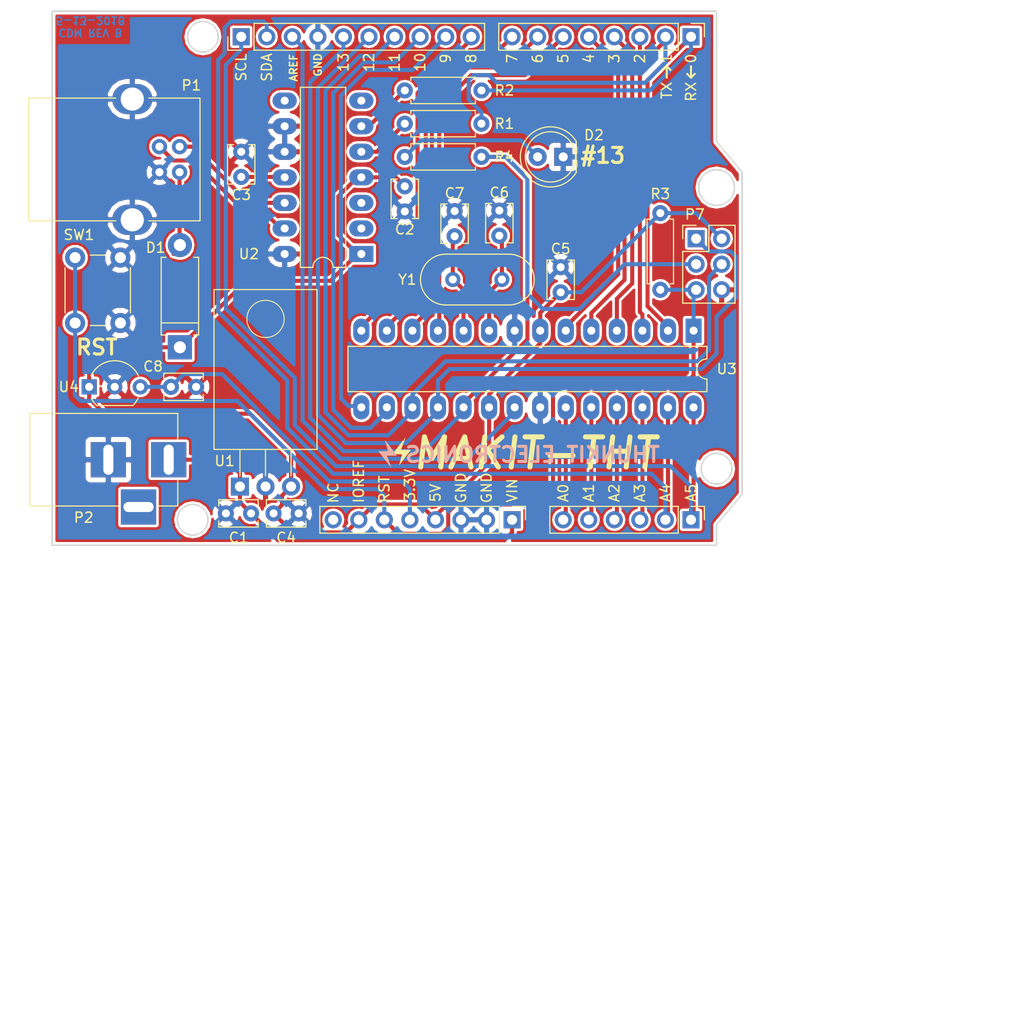
<source format=kicad_pcb>
(kicad_pcb (version 4) (host pcbnew 4.0.5+dfsg1-4)
  (layers (0 F.Cu signal) (31 B.Cu signal) (34 B.Paste user) (35 F.Paste user) (36 B.SilkS user) (37 F.SilkS user) (38 B.Mask user) (39 F.Mask user) (44 Edge.Cuts user))
  (net 0 "")
  (net 1 VIN)
  (net 2 GND)
  (net 3 +5V)
  (net 4 "Net-(C3-Pad1)")
  (net 5 "Net-(C6-Pad2)")
  (net 6 "Net-(C7-Pad2)")
  (net 7 "Net-(D1-Pad2)")
  (net 8 "Net-(P1-Pad2)")
  (net 9 "Net-(P1-Pad3)")
  (net 10 "Net-(P2-Pad3)")
  (net 11 RST)
  (net 12 PC5)
  (net 13 PC4)
  (net 14 PC3)
  (net 15 PC2)
  (net 16 PC1)
  (net 17 PC0)
  (net 18 PB0)
  (net 19 PB1)
  (net 20 PB2)
  (net 21 PB3)
  (net 22 PB4)
  (net 23 PB5)
  (net 24 AREF)
  (net 25 PD0)
  (net 26 PD1)
  (net 27 PD2)
  (net 28 PD3)
  (net 29 PD4)
  (net 30 PD6)
  (net 31 PD7)
  (net 32 "Net-(R1-Pad2)")
  (net 33 "Net-(R2-Pad2)")
  (net 34 "Net-(U2-Pad8)")
  (net 35 "Net-(U2-Pad2)")
  (net 36 "Net-(U2-Pad3)")
  (net 37 "Net-(U2-Pad7)")
  (net 38 "Net-(D2-Pad2)")
  (net 39 PD5)
  (net 40 "Net-(P3-Pad8)")
  (net 41 +3V3)
  (module MOD:lightning (layer B.Cu) (at 140.081 70.485)
    (fp_text reference G*** hide)
    (fp_text value LOGO hide)
  )
  (module Housings_DIP:DIP-28_W7.62mm_LongPads (layer F.Cu) (at 170.434 58.166 270)
    (fp_text reference U3 (at 3.81 -3.302 540) (layer F.SilkS))
    (fp_text value ATMEGA328P-P)
    (pad 1 thru_hole rect (at 0 0 270) (size 2.4 1.6) (drill 0.8) (layers *.Cu *.Mask) (net 11 RST))
    (pad 15 thru_hole oval (at 7.62 33.02 270) (size 2.4 1.6) (drill 0.8) (layers *.Cu *.Mask) (net 19 PB1))
    (pad 2 thru_hole oval (at 0 2.54 270) (size 2.4 1.6) (drill 0.8) (layers *.Cu *.Mask) (net 25 PD0))
    (pad 16 thru_hole oval (at 7.62 30.48 270) (size 2.4 1.6) (drill 0.8) (layers *.Cu *.Mask) (net 20 PB2))
    (pad 3 thru_hole oval (at 0 5.08 270) (size 2.4 1.6) (drill 0.8) (layers *.Cu *.Mask) (net 26 PD1))
    (pad 17 thru_hole oval (at 7.62 27.94 270) (size 2.4 1.6) (drill 0.8) (layers *.Cu *.Mask) (net 21 PB3))
    (pad 4 thru_hole oval (at 0 7.62 270) (size 2.4 1.6) (drill 0.8) (layers *.Cu *.Mask) (net 27 PD2))
    (pad 18 thru_hole oval (at 7.62 25.4 270) (size 2.4 1.6) (drill 0.8) (layers *.Cu *.Mask) (net 22 PB4))
    (pad 5 thru_hole oval (at 0 10.16 270) (size 2.4 1.6) (drill 0.8) (layers *.Cu *.Mask) (net 28 PD3))
    (pad 19 thru_hole oval (at 7.62 22.86 270) (size 2.4 1.6) (drill 0.8) (layers *.Cu *.Mask) (net 23 PB5))
    (pad 6 thru_hole oval (at 0 12.7 270) (size 2.4 1.6) (drill 0.8) (layers *.Cu *.Mask) (net 29 PD4))
    (pad 20 thru_hole oval (at 7.62 20.32 270) (size 2.4 1.6) (drill 0.8) (layers *.Cu *.Mask) (net 3 +5V))
    (pad 7 thru_hole oval (at 0 15.24 270) (size 2.4 1.6) (drill 0.8) (layers *.Cu *.Mask) (net 3 +5V))
    (pad 21 thru_hole oval (at 7.62 17.78 270) (size 2.4 1.6) (drill 0.8) (layers *.Cu *.Mask) (net 24 AREF))
    (pad 8 thru_hole oval (at 0 17.78 270) (size 2.4 1.6) (drill 0.8) (layers *.Cu *.Mask) (net 2 GND))
    (pad 22 thru_hole oval (at 7.62 15.24 270) (size 2.4 1.6) (drill 0.8) (layers *.Cu *.Mask) (net 2 GND))
    (pad 9 thru_hole oval (at 0 20.32 270) (size 2.4 1.6) (drill 0.8) (layers *.Cu *.Mask) (net 5 "Net-(C6-Pad2)"))
    (pad 23 thru_hole oval (at 7.62 12.7 270) (size 2.4 1.6) (drill 0.8) (layers *.Cu *.Mask) (net 17 PC0))
    (pad 10 thru_hole oval (at 0 22.86 270) (size 2.4 1.6) (drill 0.8) (layers *.Cu *.Mask) (net 6 "Net-(C7-Pad2)"))
    (pad 24 thru_hole oval (at 7.62 10.16 270) (size 2.4 1.6) (drill 0.8) (layers *.Cu *.Mask) (net 16 PC1))
    (pad 11 thru_hole oval (at 0 25.4 270) (size 2.4 1.6) (drill 0.8) (layers *.Cu *.Mask) (net 39 PD5))
    (pad 25 thru_hole oval (at 7.62 7.62 270) (size 2.4 1.6) (drill 0.8) (layers *.Cu *.Mask) (net 15 PC2))
    (pad 12 thru_hole oval (at 0 27.94 270) (size 2.4 1.6) (drill 0.8) (layers *.Cu *.Mask) (net 30 PD6))
    (pad 26 thru_hole oval (at 7.62 5.08 270) (size 2.4 1.6) (drill 0.8) (layers *.Cu *.Mask) (net 14 PC3))
    (pad 13 thru_hole oval (at 0 30.48 270) (size 2.4 1.6) (drill 0.8) (layers *.Cu *.Mask) (net 31 PD7))
    (pad 27 thru_hole oval (at 7.62 2.54 270) (size 2.4 1.6) (drill 0.8) (layers *.Cu *.Mask) (net 13 PC4))
    (pad 14 thru_hole oval (at 0 33.02 270) (size 2.4 1.6) (drill 0.8) (layers *.Cu *.Mask) (net 18 PB0))
    (pad 28 thru_hole oval (at 7.62 0 270) (size 2.4 1.6) (drill 0.8) (layers *.Cu *.Mask) (net 12 PC5))
  )
  (module Capacitors_THT:C_Disc_D3.8mm_W2.6mm_P2.50mm (layer F.Cu) (at 157.226 54.356 90)
    (fp_text reference C5 (at 4.318 0 180) (layer F.SilkS))
    (fp_text value 0.1uF)
    (pad 1 thru_hole circle (at 0 0 90) (size 1.6 1.6) (drill 0.8) (layers *.Cu *.Mask) (net 3 +5V))
    (pad 2 thru_hole circle (at 2.5 0 90) (size 1.6 1.6) (drill 0.8) (layers *.Cu *.Mask) (net 2 GND))
  )
  (module Capacitors_THT:C_Disc_D3.8mm_W2.6mm_P2.50mm (layer F.Cu) (at 126.452 76.327 180)
    (fp_text reference C1 (at 1.23 -2.413 180) (layer F.SilkS))
    (fp_text value 0.33uF)
    (pad 1 thru_hole circle (at 0 0 180) (size 1.6 1.6) (drill 0.8) (layers *.Cu *.Mask) (net 1 VIN))
    (pad 2 thru_hole circle (at 2.5 0 180) (size 1.6 1.6) (drill 0.8) (layers *.Cu *.Mask) (net 2 GND))
  )
  (module Capacitors_THT:C_Disc_D3.8mm_W2.6mm_P2.50mm (layer F.Cu) (at 141.732 46.315 90)
    (fp_text reference C2 (at -1.778 0 180) (layer F.SilkS))
    (fp_text value 0.33uF)
    (pad 1 thru_hole circle (at 0 0 90) (size 1.6 1.6) (drill 0.8) (layers *.Cu *.Mask) (net 2 GND))
    (pad 2 thru_hole circle (at 2.5 0 90) (size 1.6 1.6) (drill 0.8) (layers *.Cu *.Mask) (net 3 +5V))
  )
  (module Capacitors_THT:C_Disc_D3.8mm_W2.6mm_P2.50mm (layer F.Cu) (at 125.476 42.886 90)
    (fp_text reference C3 (at -1.778 0 180) (layer F.SilkS))
    (fp_text value 0.1uF)
    (pad 1 thru_hole circle (at 0 0 90) (size 1.6 1.6) (drill 0.8) (layers *.Cu *.Mask) (net 4 "Net-(C3-Pad1)"))
    (pad 2 thru_hole circle (at 2.5 0 90) (size 1.6 1.6) (drill 0.8) (layers *.Cu *.Mask) (net 2 GND))
  )
  (module Capacitors_THT:C_Disc_D3.8mm_W2.6mm_P2.50mm (layer F.Cu) (at 128.691 76.327)
    (fp_text reference C4 (at 1.25 2.413) (layer F.SilkS))
    (fp_text value 0.1uF)
    (pad 1 thru_hole circle (at 0 0) (size 1.6 1.6) (drill 0.8) (layers *.Cu *.Mask) (net 3 +5V))
    (pad 2 thru_hole circle (at 2.5 0) (size 1.6 1.6) (drill 0.8) (layers *.Cu *.Mask) (net 2 GND))
  )
  (module Capacitors_THT:C_Disc_D3.8mm_W2.6mm_P2.50mm (layer F.Cu) (at 151.13 46.228 270)
    (fp_text reference C6 (at -1.778 0 360) (layer F.SilkS))
    (fp_text value 18pF)
    (pad 1 thru_hole circle (at 0 0 270) (size 1.6 1.6) (drill 0.8) (layers *.Cu *.Mask) (net 2 GND))
    (pad 2 thru_hole circle (at 2.5 0 270) (size 1.6 1.6) (drill 0.8) (layers *.Cu *.Mask) (net 5 "Net-(C6-Pad2)"))
  )
  (module Capacitors_THT:C_Disc_D3.8mm_W2.6mm_P2.50mm (layer F.Cu) (at 146.685 46.282 270)
    (fp_text reference C7 (at -1.778 0 360) (layer F.SilkS))
    (fp_text value 18pF)
    (pad 1 thru_hole circle (at 0 0 270) (size 1.6 1.6) (drill 0.8) (layers *.Cu *.Mask) (net 2 GND))
    (pad 2 thru_hole circle (at 2.5 0 270) (size 1.6 1.6) (drill 0.8) (layers *.Cu *.Mask) (net 6 "Net-(C7-Pad2)"))
  )
  (module Connectors:USB_B (layer F.Cu) (at 119.348 42.418 180)
    (fp_text reference P1 (at -1.175 8.636 360) (layer F.SilkS))
    (fp_text value USB_A)
    (pad 2 thru_hole circle (at 0 2.54 90) (size 1.52 1.52) (drill 0.81) (layers *.Cu *.Mask) (net 8 "Net-(P1-Pad2)"))
    (pad 1 thru_hole circle (at 0 0 90) (size 1.52 1.52) (drill 0.81) (layers *.Cu *.Mask) (net 7 "Net-(D1-Pad2)"))
    (pad 4 thru_hole circle (at 2 0 90) (size 1.52 1.52) (drill 0.81) (layers *.Cu *.Mask) (net 2 GND))
    (pad 3 thru_hole circle (at 2 2.54 90) (size 1.52 1.52) (drill 0.81) (layers *.Cu *.Mask) (net 9 "Net-(P1-Pad3)"))
    (pad 5 thru_hole oval (at 4.7 7.27 90) (size 3 4) (drill 2.3) (layers *.Cu *.Mask) (net 2 GND))
    (pad 5 thru_hole oval (at 4.7 -4.73 90) (size 3 4) (drill 2.3) (layers *.Cu *.Mask) (net 2 GND))
  )
  (module Connectors:BARREL_JACK (layer F.Cu) (at 118.268 70.993)
    (fp_text reference P2 (at -8.45 5.75 180) (layer F.SilkS))
    (fp_text value BARREL_JACK)
    (pad 1 thru_hole rect (at 0 0) (size 3.5 3.5) (drill oval 1 3) (layers *.Cu *.Mask) (net 1 VIN))
    (pad 2 thru_hole rect (at -6 0) (size 3.5 3.5) (drill oval 1 3) (layers *.Cu *.Mask) (net 2 GND))
    (pad 3 thru_hole rect (at -3 4.7) (size 3.5 3.5) (drill oval 3 1) (layers *.Cu *.Mask) (net 10 "Net-(P2-Pad3)"))
  )
  (module Pin_Headers:Pin_Header_Straight_1x06_Pitch2.54mm (layer F.Cu) (at 170.18 76.962 270)
    (fp_text reference P4 hide)
    (fp_text value CONN_01X06)
    (pad 1 thru_hole rect (at 0 0 270) (size 1.7 1.7) (drill 1) (layers *.Cu *.Mask) (net 12 PC5))
    (pad 2 thru_hole oval (at 0 2.54 270) (size 1.7 1.7) (drill 1) (layers *.Cu *.Mask) (net 13 PC4))
    (pad 3 thru_hole oval (at 0 5.08 270) (size 1.7 1.7) (drill 1) (layers *.Cu *.Mask) (net 14 PC3))
    (pad 4 thru_hole oval (at 0 7.62 270) (size 1.7 1.7) (drill 1) (layers *.Cu *.Mask) (net 15 PC2))
    (pad 5 thru_hole oval (at 0 10.16 270) (size 1.7 1.7) (drill 1) (layers *.Cu *.Mask) (net 16 PC1))
    (pad 6 thru_hole oval (at 0 12.7 270) (size 1.7 1.7) (drill 1) (layers *.Cu *.Mask) (net 17 PC0))
  )
  (module Pin_Headers:Pin_Header_Straight_1x08_Pitch2.54mm (layer F.Cu) (at 170.18 28.956 270)
    (fp_text reference P6 hide)
    (fp_text value CONN_01X08)
    (pad 1 thru_hole rect (at 0 0 270) (size 1.7 1.7) (drill 1) (layers *.Cu *.Mask) (net 25 PD0))
    (pad 2 thru_hole oval (at 0 2.54 270) (size 1.7 1.7) (drill 1) (layers *.Cu *.Mask) (net 26 PD1))
    (pad 3 thru_hole oval (at 0 5.08 270) (size 1.7 1.7) (drill 1) (layers *.Cu *.Mask) (net 27 PD2))
    (pad 4 thru_hole oval (at 0 7.62 270) (size 1.7 1.7) (drill 1) (layers *.Cu *.Mask) (net 28 PD3))
    (pad 5 thru_hole oval (at 0 10.16 270) (size 1.7 1.7) (drill 1) (layers *.Cu *.Mask) (net 29 PD4))
    (pad 6 thru_hole oval (at 0 12.7 270) (size 1.7 1.7) (drill 1) (layers *.Cu *.Mask) (net 39 PD5))
    (pad 7 thru_hole oval (at 0 15.24 270) (size 1.7 1.7) (drill 1) (layers *.Cu *.Mask) (net 30 PD6))
    (pad 8 thru_hole oval (at 0 17.78 270) (size 1.7 1.7) (drill 1) (layers *.Cu *.Mask) (net 31 PD7))
  )
  (module Resistors_THT:R_Axial_DIN0207_L6.3mm_D2.5mm_P7.62mm_Horizontal (layer F.Cu) (at 149.352 37.592 180)
    (fp_text reference R1 (at -2.286 0 180) (layer F.SilkS))
    (fp_text value 1K)
    (pad 1 thru_hole circle (at 0 0 180) (size 1.6 1.6) (drill 0.8) (layers *.Cu *.Mask) (net 26 PD1))
    (pad 2 thru_hole oval (at 7.62 0 180) (size 1.6 1.6) (drill 0.8) (layers *.Cu *.Mask) (net 32 "Net-(R1-Pad2)"))
  )
  (module Resistors_THT:R_Axial_DIN0207_L6.3mm_D2.5mm_P7.62mm_Horizontal (layer F.Cu) (at 149.352 34.29 180)
    (fp_text reference R2 (at -2.286 0 180) (layer F.SilkS))
    (fp_text value 1K)
    (pad 1 thru_hole circle (at 0 0 180) (size 1.6 1.6) (drill 0.8) (layers *.Cu *.Mask) (net 25 PD0))
    (pad 2 thru_hole oval (at 7.62 0 180) (size 1.6 1.6) (drill 0.8) (layers *.Cu *.Mask) (net 33 "Net-(R2-Pad2)"))
  )
  (module Resistors_THT:R_Axial_DIN0207_L6.3mm_D2.5mm_P7.62mm_Horizontal (layer F.Cu) (at 167.132 46.482 270)
    (fp_text reference R3 (at -1.905 0 360) (layer F.SilkS))
    (fp_text value 10K)
    (pad 1 thru_hole circle (at 0 0 270) (size 1.6 1.6) (drill 0.8) (layers *.Cu *.Mask) (net 3 +5V))
    (pad 2 thru_hole oval (at 7.62 0 270) (size 1.6 1.6) (drill 0.8) (layers *.Cu *.Mask) (net 11 RST))
  )
  (module Buttons_Switches_THT:SW_PUSH_6mm (layer F.Cu) (at 108.966 57.404 90)
    (fp_text reference SW1 (at 8.763 0.381 360) (layer F.SilkS))
    (fp_text value Push_SW)
    (pad 2 thru_hole circle (at 0 4.5 180) (size 2 2) (drill 1.1) (layers *.Cu *.Mask) (net 2 GND))
    (pad 1 thru_hole circle (at 0 0 180) (size 2 2) (drill 1.1) (layers *.Cu *.Mask) (net 11 RST))
    (pad 2 thru_hole circle (at 6.5 4.5 180) (size 2 2) (drill 1.1) (layers *.Cu *.Mask) (net 2 GND))
    (pad 1 thru_hole circle (at 6.5 0 180) (size 2 2) (drill 1.1) (layers *.Cu *.Mask) (net 11 RST))
  )
  (module Housings_DIP:DIP-14_W7.62mm_LongPads (layer F.Cu) (at 137.414 50.546 180)
    (fp_text reference U2 (at 11.176 0 180) (layer F.SilkS))
    (fp_text value MCP2221A)
    (pad 1 thru_hole rect (at 0 0 180) (size 2.4 1.6) (drill 0.8) (layers *.Cu *.Mask) (net 3 +5V))
    (pad 8 thru_hole oval (at 7.62 15.24 180) (size 2.4 1.6) (drill 0.8) (layers *.Cu *.Mask) (net 34 "Net-(U2-Pad8)"))
    (pad 2 thru_hole oval (at 0 2.54 180) (size 2.4 1.6) (drill 0.8) (layers *.Cu *.Mask) (net 35 "Net-(U2-Pad2)"))
    (pad 9 thru_hole oval (at 7.62 12.7 180) (size 2.4 1.6) (drill 0.8) (layers *.Cu *.Mask) (net 2 GND))
    (pad 3 thru_hole oval (at 0 5.08 180) (size 2.4 1.6) (drill 0.8) (layers *.Cu *.Mask) (net 36 "Net-(U2-Pad3)"))
    (pad 10 thru_hole oval (at 7.62 10.16 180) (size 2.4 1.6) (drill 0.8) (layers *.Cu *.Mask) (net 2 GND))
    (pad 4 thru_hole oval (at 0 7.62 180) (size 2.4 1.6) (drill 0.8) (layers *.Cu *.Mask) (net 3 +5V))
    (pad 11 thru_hole oval (at 7.62 7.62 180) (size 2.4 1.6) (drill 0.8) (layers *.Cu *.Mask) (net 4 "Net-(C3-Pad1)"))
    (pad 5 thru_hole oval (at 0 10.16 180) (size 2.4 1.6) (drill 0.8) (layers *.Cu *.Mask) (net 32 "Net-(R1-Pad2)"))
    (pad 12 thru_hole oval (at 7.62 5.08 180) (size 2.4 1.6) (drill 0.8) (layers *.Cu *.Mask) (net 8 "Net-(P1-Pad2)"))
    (pad 6 thru_hole oval (at 0 12.7 180) (size 2.4 1.6) (drill 0.8) (layers *.Cu *.Mask) (net 33 "Net-(R2-Pad2)"))
    (pad 13 thru_hole oval (at 7.62 2.54 180) (size 2.4 1.6) (drill 0.8) (layers *.Cu *.Mask) (net 9 "Net-(P1-Pad3)"))
    (pad 7 thru_hole oval (at 0 15.24 180) (size 2.4 1.6) (drill 0.8) (layers *.Cu *.Mask) (net 37 "Net-(U2-Pad7)"))
    (pad 14 thru_hole oval (at 7.62 0 180) (size 2.4 1.6) (drill 0.8) (layers *.Cu *.Mask) (net 2 GND))
  )
  (module Crystals:Crystal_HC49-U_Vertical (layer F.Cu) (at 151.384 53.086 180)
    (fp_text reference Y1 (at 9.398 0 180) (layer F.SilkS))
    (fp_text value 16MHz)
    (pad 1 thru_hole circle (at 0 0 180) (size 1.5 1.5) (drill 0.8) (layers *.Cu *.Mask) (net 5 "Net-(C6-Pad2)"))
    (pad 2 thru_hole circle (at 4.88 0 180) (size 1.5 1.5) (drill 0.8) (layers *.Cu *.Mask) (net 6 "Net-(C7-Pad2)"))
  )
  (module LEDs:LED_D5.0mm (layer F.Cu) (at 157.48 40.894 180)
    (fp_text reference D2 (at -3.048 2.159 360) (layer F.SilkS))
    (fp_text value LED)
    (pad 1 thru_hole rect (at 0 0 180) (size 1.8 1.8) (drill 0.9) (layers *.Cu *.Mask) (net 2 GND))
    (pad 2 thru_hole circle (at 2.54 0 180) (size 1.8 1.8) (drill 0.9) (layers *.Cu *.Mask) (net 38 "Net-(D2-Pad2)"))
  )
  (module Resistors_THT:R_Axial_DIN0207_L6.3mm_D2.5mm_P7.62mm_Horizontal (layer F.Cu) (at 141.732 40.894)
    (fp_text reference R4 (at 9.906 0 180) (layer F.SilkS))
    (fp_text value 470)
    (pad 1 thru_hole circle (at 0 0) (size 1.6 1.6) (drill 0.8) (layers *.Cu *.Mask) (net 38 "Net-(D2-Pad2)"))
    (pad 2 thru_hole oval (at 7.62 0) (size 1.6 1.6) (drill 0.8) (layers *.Cu *.Mask) (net 23 PB5))
  )
  (module Pin_Headers:Pin_Header_Straight_1x08_Pitch2.54mm (layer F.Cu) (at 152.4 76.962 270)
    (fp_text reference P3 hide)
    (fp_text value CONN_01X08)
    (pad 1 thru_hole rect (at 0 0 270) (size 1.7 1.7) (drill 1) (layers *.Cu *.Mask) (net 1 VIN))
    (pad 2 thru_hole oval (at 0 2.54 270) (size 1.7 1.7) (drill 1) (layers *.Cu *.Mask) (net 2 GND))
    (pad 3 thru_hole oval (at 0 5.08 270) (size 1.7 1.7) (drill 1) (layers *.Cu *.Mask) (net 2 GND))
    (pad 4 thru_hole oval (at 0 7.62 270) (size 1.7 1.7) (drill 1) (layers *.Cu *.Mask) (net 3 +5V))
    (pad 5 thru_hole oval (at 0 10.16 270) (size 1.7 1.7) (drill 1) (layers *.Cu *.Mask) (net 41 +3V3))
    (pad 6 thru_hole oval (at 0 12.7 270) (size 1.7 1.7) (drill 1) (layers *.Cu *.Mask) (net 11 RST))
    (pad 7 thru_hole oval (at 0 15.24 270) (size 1.7 1.7) (drill 1) (layers *.Cu *.Mask) (net 3 +5V))
    (pad 8 thru_hole oval (at 0 17.78 270) (size 1.7 1.7) (drill 1) (layers *.Cu *.Mask) (net 40 "Net-(P3-Pad8)"))
  )
  (module MOD:lightning (layer F.Cu) (at 141.478 70.104)
    (fp_text reference G*** hide)
    (fp_text value LOGO hide)
  )
  (module Pin_Headers:Pin_Header_Straight_2x03_Pitch2.54mm (layer F.Cu) (at 170.688 49.022)
    (fp_text reference P7 (at -0.127 -2.413) (layer F.SilkS))
    (fp_text value ICSP)
    (pad 1 thru_hole rect (at 0 0) (size 1.7 1.7) (drill 1) (layers *.Cu *.Mask) (net 22 PB4))
    (pad 2 thru_hole oval (at 2.54 0) (size 1.7 1.7) (drill 1) (layers *.Cu *.Mask) (net 3 +5V))
    (pad 3 thru_hole oval (at 0 2.54) (size 1.7 1.7) (drill 1) (layers *.Cu *.Mask) (net 23 PB5))
    (pad 4 thru_hole oval (at 2.54 2.54) (size 1.7 1.7) (drill 1) (layers *.Cu *.Mask) (net 21 PB3))
    (pad 5 thru_hole oval (at 0 5.08) (size 1.7 1.7) (drill 1) (layers *.Cu *.Mask) (net 11 RST))
    (pad 6 thru_hole oval (at 2.54 5.08) (size 1.7 1.7) (drill 1) (layers *.Cu *.Mask) (net 2 GND))
  )
  (module Pin_Headers:Pin_Header_Straight_1x10_Pitch2.54mm (layer F.Cu) (at 125.476 28.956 90)
    (fp_text reference P5 hide)
    (fp_text value CONN_01X10)
    (pad 1 thru_hole rect (at 0 0 90) (size 1.7 1.7) (drill 1) (layers *.Cu *.Mask) (net 12 PC5))
    (pad 2 thru_hole oval (at 0 2.54 90) (size 1.7 1.7) (drill 1) (layers *.Cu *.Mask) (net 13 PC4))
    (pad 3 thru_hole oval (at 0 5.08 90) (size 1.7 1.7) (drill 1) (layers *.Cu *.Mask) (net 24 AREF))
    (pad 4 thru_hole oval (at 0 7.62 90) (size 1.7 1.7) (drill 1) (layers *.Cu *.Mask) (net 2 GND))
    (pad 5 thru_hole oval (at 0 10.16 90) (size 1.7 1.7) (drill 1) (layers *.Cu *.Mask) (net 23 PB5))
    (pad 6 thru_hole oval (at 0 12.7 90) (size 1.7 1.7) (drill 1) (layers *.Cu *.Mask) (net 22 PB4))
    (pad 7 thru_hole oval (at 0 15.24 90) (size 1.7 1.7) (drill 1) (layers *.Cu *.Mask) (net 21 PB3))
    (pad 8 thru_hole oval (at 0 17.78 90) (size 1.7 1.7) (drill 1) (layers *.Cu *.Mask) (net 20 PB2))
    (pad 9 thru_hole oval (at 0 20.32 90) (size 1.7 1.7) (drill 1) (layers *.Cu *.Mask) (net 19 PB1))
    (pad 10 thru_hole oval (at 0 22.86 90) (size 1.7 1.7) (drill 1) (layers *.Cu *.Mask) (net 18 PB0))
  )
  (module Capacitors_THT:C_Disc_D3.8mm_W2.6mm_P2.50mm (layer F.Cu) (at 118.491 63.754)
    (fp_text reference C8 (at -1.778 -2.032 180) (layer F.SilkS))
    (fp_text value 0.1uF)
    (pad 1 thru_hole circle (at 0 0) (size 1.6 1.6) (drill 0.8) (layers *.Cu *.Mask) (net 41 +3V3))
    (pad 2 thru_hole circle (at 2.5 0) (size 1.6 1.6) (drill 0.8) (layers *.Cu *.Mask) (net 2 GND))
  )
  (module TO_SOT_Packages_THT:TO-92_Inline_Wide (layer F.Cu) (at 110.363 63.754)
    (fp_text reference U4 (at -2.032 0 180) (layer F.SilkS))
    (fp_text value L78L33)
    (pad 2 thru_hole circle (at 2.54 0 90) (size 1.52 1.52) (drill 0.8) (layers *.Cu *.Mask) (net 2 GND))
    (pad 3 thru_hole circle (at 5.08 0 90) (size 1.52 1.52) (drill 0.8) (layers *.Cu *.Mask) (net 41 +3V3))
    (pad 1 thru_hole rect (at 0 0 90) (size 1.52 1.52) (drill 0.8) (layers *.Cu *.Mask) (net 3 +5V))
  )
  (module MOD:TO-220-3_Horizontal_NO_HOLE (layer F.Cu) (at 125.349 73.66)
    (fp_text reference U1 (at -1.524 -2.54) (layer F.SilkS))
    (fp_text value LM7805CT)
    (pad 1 thru_hole rect (at 0 0) (size 1.8 1.8) (drill 1) (layers *.Cu *.Mask) (net 1 VIN))
    (pad 2 thru_hole oval (at 2.54 0) (size 1.8 1.8) (drill 1) (layers *.Cu *.Mask) (net 2 GND))
    (pad 3 thru_hole oval (at 5.08 0) (size 1.8 1.8) (drill 1) (layers *.Cu *.Mask) (net 3 +5V))
  )
  (module Diodes_THT:D_DO-15_P10.16mm_Horizontal (layer F.Cu) (at 119.38 59.817 90)
    (fp_text reference D1 (at 9.906 -2.413 180) (layer F.SilkS))
    (fp_text value 2A)
    (pad 1 thru_hole rect (at 0 0 90) (size 2.4 2.4) (drill 1.2) (layers *.Cu *.Mask) (net 3 +5V))
    (pad 2 thru_hole oval (at 10.16 0 90) (size 2.4 2.4) (drill 1.2) (layers *.Cu *.Mask) (net 7 "Net-(D1-Pad2)"))
  )
  (gr_text "THUNKIT ELECTRONICS" (at 154.432 70.485) (layer B.SilkS) (effects (font (size 1.5 1.5) (thickness 0.3)) (justify mirror)))
  (gr_text 1 (at 167.767 31.115 90) (layer F.SilkS) (effects (font (size 1 1))))
  (gr_text 0 (at 170.18 31.115 90) (layer F.SilkS) (effects (font (size 1 1))))
  (gr_line (start 170.18 33.02) (end 169.798999 32.639) (layer F.SilkS) (width 0.2))
  (gr_line (start 170.18 33.02) (end 170.561 32.639) (layer F.SilkS) (width 0.2))
  (gr_line (start 170.18 31.877001) (end 170.18 33.02) (layer F.SilkS) (width 0.2))
  (gr_line (start 167.767 31.877) (end 168.148 32.258) (layer F.SilkS) (width 0.2))
  (gr_line (start 167.767 31.877) (end 167.386 32.258) (layer F.SilkS) (width 0.2))
  (gr_line (start 167.767 33.02) (end 167.767 31.877) (layer F.SilkS) (width 0.2))
  (gr_circle (center 120.65 76.962) (end 122.174 76.962) (layer Edge.Cuts) (width 0.15))
  (gr_text RX (at 170.18 34.417 90) (layer F.SilkS) (effects (font (size 1 1))))
  (gr_text TX (at 167.767 34.29 90) (layer F.SilkS) (effects (font (size 1 1))))
  (gr_text 2 (at 165.1 31.115 90) (layer F.SilkS) (effects (font (size 1 1))))
  (gr_text 3 (at 162.56 31.115 90) (layer F.SilkS) (effects (font (size 1 1))))
  (gr_text 4 (at 160.02 31.115 90) (layer F.SilkS) (effects (font (size 1 1))))
  (gr_text 5 (at 157.48 31.115 90) (layer F.SilkS) (effects (font (size 1 1))))
  (gr_text 6 (at 154.94 31.115 90) (layer F.SilkS) (effects (font (size 1 1))))
  (gr_text 7 (at 152.4 31.115 90) (layer F.SilkS) (effects (font (size 1 1))))
  (gr_text 8 (at 148.336 31.115 90) (layer F.SilkS) (effects (font (size 1 1))))
  (gr_text 9 (at 145.796 31.115 90) (layer F.SilkS) (effects (font (size 1 1))))
  (gr_text 10 (at 143.256 31.496 90) (layer F.SilkS) (effects (font (size 1 1))))
  (gr_text 11 (at 140.716 31.496 90) (layer F.SilkS) (effects (font (size 1 1))))
  (gr_text 12 (at 138.176 31.496 90) (layer F.SilkS) (effects (font (size 1 1))))
  (gr_text 13 (at 135.636 31.496 90) (layer F.SilkS) (effects (font (size 1 1))))
  (gr_text GND (at 133.096 31.75 90) (layer F.SilkS) (effects (font (size 0.75 0.75))))
  (gr_text "AREF " (at 130.683 31.75 90) (layer F.SilkS) (effects (font (size 0.75 0.75))))
  (gr_text SCL (at 125.476 32.004 90) (layer F.SilkS) (effects (font (size 1 1))))
  (gr_text SDA (at 128.016 32.004 90) (layer F.SilkS) (effects (font (size 1 1))))
  (gr_text A5 (at 170.18 74.295 90) (layer F.SilkS) (effects (font (size 1 1))))
  (gr_text A4 (at 167.64 74.295 90) (layer F.SilkS) (effects (font (size 1 1))))
  (gr_text A3 (at 165.1 74.295 90) (layer F.SilkS) (effects (font (size 1 1))))
  (gr_text A2 (at 162.56 74.295 90) (layer F.SilkS) (effects (font (size 1 1))))
  (gr_text A1 (at 160.02 74.295 90) (layer F.SilkS) (effects (font (size 1 1))))
  (gr_text A0 (at 157.48 74.295 90) (layer F.SilkS) (effects (font (size 1 1))))
  (gr_text VIN (at 152.4 74.041 90) (layer F.SilkS) (effects (font (size 1 1))))
  (gr_text GND (at 149.86 73.787 90) (layer F.SilkS) (effects (font (size 1 1))))
  (gr_text GND (at 147.32 73.787 90) (layer F.SilkS) (effects (font (size 1 1))))
  (gr_text 5V (at 144.78 74.295 90) (layer F.SilkS) (effects (font (size 1 1))))
  (gr_text 3.3V (at 142.24 73.533 90) (layer F.SilkS) (effects (font (size 1 1))))
  (gr_text RST (at 139.7 73.914 90) (layer F.SilkS) (effects (font (size 1 1))))
  (gr_text IOREF (at 137.16 73.152 90) (layer F.SilkS) (effects (font (size 1 1))))
  (gr_text NC (at 134.62 74.295 90) (layer F.SilkS) (effects (font (size 1 1))))
  (gr_text "CDM REV B\n5-13-2018" (at 110.49 27.94 180) (layer B.Cu) (effects (font (size 0.75 0.75)) (justify mirror)))
  (gr_text RST (at 111.125 59.817) (layer F.SilkS) (effects (font (size 1.5 1.5) (thickness 0.3))))
  (gr_text MAKIT-THT (at 154.686 70.358) (layer F.SilkS) (effects (font (size 3 3) (thickness 0.5) italic)))
  (gr_text "#13" (at 161.417 40.767) (layer F.SilkS) (effects (font (size 1.5 1.5) (thickness 0.3))))
  (gr_circle (center 172.72 71.882) (end 174.244 71.882) (layer Edge.Cuts) (width 0.15))
  (gr_circle (center 172.72 43.942) (end 174.498 43.942) (layer Edge.Cuts) (width 0.15))
  (gr_circle (center 121.666 28.956) (end 123.19 28.956) (layer Edge.Cuts) (width 0.15))
  (gr_line (start 172.72 77.47) (end 172.72 79.502) (layer Edge.Cuts) (width 0.15))
  (gr_line (start 175.26 74.422) (end 172.72 77.47) (layer Edge.Cuts) (width 0.15))
  (gr_line (start 175.26 42.418) (end 175.26 74.422) (layer Edge.Cuts) (width 0.15))
  (gr_line (start 172.72 39.37) (end 175.26 42.418) (layer Edge.Cuts) (width 0.15))
  (gr_line (start 172.72 26.416) (end 172.72 39.37) (layer Edge.Cuts) (width 0.15))
  (gr_line (start 106.68 26.416) (end 172.72 26.416) (layer Edge.Cuts) (width 0.15))
  (gr_line (start 106.68 79.502) (end 106.68 26.416) (layer Edge.Cuts) (width 0.15))
  (gr_line (start 172.72 79.502) (end 106.68 79.502) (layer Edge.Cuts) (width 0.15))
  (segment (start 126.452 76.327) (end 129.119 78.994) (width 0.4064) (layer F.Cu) (net 1))
  (segment (start 129.119 78.994) (end 151.638 78.994) (width 0.4064) (layer F.Cu) (net 1))
  (segment (start 151.638 78.994) (end 151.638 78.9804) (width 0.4064) (layer F.Cu) (net 1))
  (segment (start 151.638 78.9804) (end 152.4 78.2184) (width 0.4064) (layer F.Cu) (net 1))
  (segment (start 152.4 78.2184) (end 152.4 76.962) (width 0.4064) (layer F.Cu) (net 1))
  (segment (start 125.349 73.66) (end 125.349 75.224) (width 0.4064) (layer F.Cu) (net 1))
  (segment (start 125.349 75.224) (end 126.452 76.327) (width 0.4064) (layer F.Cu) (net 1))
  (segment (start 118.268 70.993) (end 123.9884 70.993) (width 0.4064) (layer F.Cu) (net 1))
  (segment (start 123.9884 70.993) (end 125.349 72.3536) (width 0.4064) (layer F.Cu) (net 1))
  (segment (start 125.349 72.3536) (end 125.349 73.66) (width 0.4064) (layer F.Cu) (net 1))
  (segment (start 130.429 73.66) (end 129.529001 74.559999) (width 0.4064) (layer F.Cu) (net 3))
  (segment (start 129.529001 74.559999) (end 129.529001 75.488999) (width 0.4064) (layer F.Cu) (net 3))
  (segment (start 129.529001 75.488999) (end 128.691 76.327) (width 0.4064) (layer F.Cu) (net 3))
  (segment (start 126.365 66.421) (end 130.429 70.485) (width 0.4064) (layer F.Cu) (net 3))
  (segment (start 110.617 65.151) (end 111.887 66.421) (width 0.4064) (layer F.Cu) (net 3))
  (segment (start 111.887 66.421) (end 126.365 66.421) (width 0.4064) (layer F.Cu) (net 3))
  (segment (start 110.5936 65.151) (end 110.617 65.151) (width 0.4064) (layer F.Cu) (net 3))
  (segment (start 130.429 70.485) (end 130.429 73.66) (width 0.4064) (layer F.Cu) (net 3))
  (segment (start 137.16 76.962) (end 135.903599 78.218401) (width 0.4064) (layer F.Cu) (net 3))
  (segment (start 135.903599 78.218401) (end 130.582401 78.218401) (width 0.4064) (layer F.Cu) (net 3))
  (segment (start 130.582401 78.218401) (end 128.691 76.327) (width 0.4064) (layer F.Cu) (net 3))
  (segment (start 125.984 53.213) (end 134.347 53.213) (width 0.4064) (layer F.Cu) (net 3))
  (segment (start 120.65 58.547) (end 125.984 53.213) (width 0.4064) (layer F.Cu) (net 3))
  (segment (start 119.38 59.817) (end 120.65 58.547) (width 0.4064) (layer F.Cu) (net 3))
  (segment (start 110.363 63.754) (end 110.363 61.595) (width 0.4064) (layer F.Cu) (net 3))
  (segment (start 110.363 61.595) (end 112.141 59.817) (width 0.4064) (layer F.Cu) (net 3))
  (segment (start 112.141 59.817) (end 113.3876 59.817) (width 0.4064) (layer F.Cu) (net 3))
  (segment (start 113.3876 59.817) (end 119.38 59.817) (width 0.4064) (layer F.Cu) (net 3))
  (segment (start 110.363 63.754) (end 110.363 64.9204) (width 0.4064) (layer F.Cu) (net 3))
  (segment (start 110.363 64.9204) (end 110.5936 65.151) (width 0.4064) (layer F.Cu) (net 3))
  (segment (start 134.347 53.213) (end 137.014 50.546) (width 0.4064) (layer F.Cu) (net 3))
  (segment (start 157.226 54.356) (end 159.258 54.356) (width 0.4064) (layer B.Cu) (net 3))
  (segment (start 159.258 54.356) (end 167.132 46.482) (width 0.4064) (layer B.Cu) (net 3))
  (segment (start 155.194 58.166) (end 155.194 56.388) (width 0.4064) (layer F.Cu) (net 3))
  (segment (start 155.194 56.388) (end 157.226 54.356) (width 0.4064) (layer F.Cu) (net 3))
  (segment (start 141.732 43.815) (end 140.843 42.926) (width 0.4064) (layer F.Cu) (net 3))
  (segment (start 140.843 42.926) (end 137.414 42.926) (width 0.4064) (layer F.Cu) (net 3))
  (segment (start 137.014 50.546) (end 137.414 50.546) (width 0.4064) (layer F.Cu) (net 3))
  (segment (start 135.128 48.66) (end 137.014 50.546) (width 0.4064) (layer F.Cu) (net 3))
  (segment (start 137.414 50.8) (end 137.414 50.546) (width 0.4064) (layer F.Cu) (net 3))
  (segment (start 150.114 71.247) (end 150.114 65.786) (width 0.4064) (layer F.Cu) (net 3))
  (segment (start 144.78 76.581) (end 150.114 71.247) (width 0.4064) (layer F.Cu) (net 3))
  (segment (start 144.78 76.962) (end 144.78 76.581) (width 0.4064) (layer F.Cu) (net 3))
  (segment (start 143.256 75.438) (end 144.78 76.962) (width 0.4064) (layer F.Cu) (net 3))
  (segment (start 155.194 59.417) (end 155.194 58.166) (width 0.4064) (layer F.Cu) (net 3))
  (segment (start 150.114 64.497) (end 150.114 65.786) (width 0.4064) (layer F.Cu) (net 3))
  (segment (start 155.194 59.417) (end 150.114 64.497) (width 0.4064) (layer F.Cu) (net 3))
  (segment (start 138.684 75.438) (end 143.256 75.438) (width 0.4064) (layer F.Cu) (net 3))
  (segment (start 166.624 46.482) (end 170.688 46.482) (width 0.4064) (layer B.Cu) (net 3))
  (segment (start 170.688 46.482) (end 173.228 49.022) (width 0.4064) (layer B.Cu) (net 3))
  (segment (start 137.16 76.962) (end 138.684 75.438) (width 0.4064) (layer F.Cu) (net 3))
  (segment (start 135.128 44.812) (end 135.128 48.66) (width 0.4064) (layer F.Cu) (net 3))
  (segment (start 137.414 42.926) (end 137.014 42.926) (width 0.4064) (layer F.Cu) (net 3))
  (segment (start 137.014 42.926) (end 135.128 44.812) (width 0.4064) (layer F.Cu) (net 3))
  (segment (start 125.476 42.886) (end 129.754 42.886) (width 0.4064) (layer F.Cu) (net 4))
  (segment (start 129.754 42.886) (end 129.794 42.926) (width 0.4064) (layer F.Cu) (net 4))
  (segment (start 150.114 54.356) (end 150.114 58.166) (width 0.4064) (layer F.Cu) (net 5))
  (segment (start 151.384 53.086) (end 151.384 48.728) (width 0.4064) (layer F.Cu) (net 5))
  (segment (start 151.384 53.086) (end 150.114 54.356) (width 0.4064) (layer F.Cu) (net 5))
  (segment (start 147.574 54.102) (end 147.574 58.166) (width 0.4064) (layer F.Cu) (net 6))
  (segment (start 146.504 53.086) (end 146.504 48.782) (width 0.4064) (layer F.Cu) (net 6))
  (segment (start 146.504 53.032) (end 147.574 54.102) (width 0.4064) (layer F.Cu) (net 6))
  (segment (start 119.348 42.418) (end 119.348 49.943) (width 0.4064) (layer F.Cu) (net 7))
  (segment (start 119.348 49.943) (end 118.745 50.546) (width 0.4064) (layer F.Cu) (net 7))
  (segment (start 126.21112 45.466) (end 120.62312 39.878) (width 0.4064) (layer F.Cu) (net 8))
  (segment (start 120.422802 39.878) (end 119.348 39.878) (width 0.4064) (layer F.Cu) (net 8))
  (segment (start 120.62312 39.878) (end 120.422802 39.878) (width 0.4064) (layer F.Cu) (net 8))
  (segment (start 129.794 45.466) (end 126.21112 45.466) (width 0.4064) (layer F.Cu) (net 8))
  (segment (start 117.348 39.878) (end 118.721599 41.251599) (width 0.4064) (layer F.Cu) (net 9))
  (segment (start 127.635 46.228) (end 127.635 46.247) (width 0.4064) (layer F.Cu) (net 9))
  (segment (start 118.721599 41.251599) (end 120.753599 41.251599) (width 0.4064) (layer F.Cu) (net 9))
  (segment (start 120.753599 41.251599) (end 125.73 46.228) (width 0.4064) (layer F.Cu) (net 9))
  (segment (start 125.73 46.228) (end 127.635 46.228) (width 0.4064) (layer F.Cu) (net 9))
  (segment (start 127.635 46.247) (end 129.394 48.006) (width 0.4064) (layer F.Cu) (net 9))
  (segment (start 129.394 48.006) (end 129.794 48.006) (width 0.4064) (layer F.Cu) (net 9))
  (segment (start 108.966 57.404) (end 108.966 64.608522) (width 0.4064) (layer B.Cu) (net 11))
  (segment (start 108.966 64.608522) (end 109.508478 65.151) (width 0.4064) (layer B.Cu) (net 11))
  (segment (start 109.508478 65.151) (end 125.095 65.151) (width 0.4064) (layer B.Cu) (net 11))
  (segment (start 125.095 65.151) (end 133.858 73.914) (width 0.4064) (layer B.Cu) (net 11))
  (segment (start 133.858 73.914) (end 139.065 73.914) (width 0.4064) (layer B.Cu) (net 11))
  (segment (start 139.065 73.914) (end 139.7 74.549) (width 0.4064) (layer B.Cu) (net 11))
  (segment (start 139.7 74.549) (end 139.7 76.962) (width 0.4064) (layer B.Cu) (net 11))
  (segment (start 108.966 50.904) (end 108.966 57.404) (width 0.4064) (layer B.Cu) (net 11))
  (segment (start 145.415 78.359) (end 141.097 78.359) (width 0.4064) (layer F.Cu) (net 11))
  (segment (start 139.7 76.962) (end 140.549999 77.811999) (width 0.4064) (layer F.Cu) (net 11))
  (segment (start 140.549999 77.811999) (end 141.097 78.359) (width 0.4064) (layer F.Cu) (net 11))
  (segment (start 170.434 58.166) (end 170.434 62.611) (width 0.4064) (layer F.Cu) (net 11))
  (segment (start 170.434 62.611) (end 169.418 63.627) (width 0.4064) (layer F.Cu) (net 11))
  (segment (start 155.448 75.438) (end 146.812 75.438) (width 0.4064) (layer F.Cu) (net 11))
  (segment (start 169.418 63.627) (end 157.353 63.627) (width 0.4064) (layer F.Cu) (net 11))
  (segment (start 157.353 63.627) (end 156.464 64.516) (width 0.4064) (layer F.Cu) (net 11))
  (segment (start 156.464 64.516) (end 156.464 74.422) (width 0.4064) (layer F.Cu) (net 11))
  (segment (start 156.464 74.422) (end 155.448 75.438) (width 0.4064) (layer F.Cu) (net 11))
  (segment (start 146.812 75.438) (end 146.05 76.2) (width 0.4064) (layer F.Cu) (net 11))
  (segment (start 146.05 76.2) (end 146.05 77.724) (width 0.4064) (layer F.Cu) (net 11))
  (segment (start 146.05 77.724) (end 145.415 78.359) (width 0.4064) (layer F.Cu) (net 11))
  (segment (start 166.624 54.102) (end 170.688 54.102) (width 0.4064) (layer B.Cu) (net 11))
  (segment (start 170.561 54.229) (end 170.688 54.102) (width 0.4064) (layer B.Cu) (net 11))
  (segment (start 170.434 57.277) (end 170.434 54.356) (width 0.4064) (layer B.Cu) (net 11))
  (segment (start 170.434 54.356) (end 170.688 54.102) (width 0.4064) (layer B.Cu) (net 11))
  (segment (start 170.18 73.66) (end 170.18 75.7056) (width 0.4064) (layer B.Cu) (net 12))
  (segment (start 168.148 71.628) (end 170.18 73.66) (width 0.4064) (layer B.Cu) (net 12))
  (segment (start 134.874 71.628) (end 168.148 71.628) (width 0.4064) (layer B.Cu) (net 12))
  (segment (start 130.81 67.564) (end 134.874 71.628) (width 0.4064) (layer B.Cu) (net 12))
  (segment (start 130.81 62.865) (end 130.81 67.564) (width 0.4064) (layer B.Cu) (net 12))
  (segment (start 123.952 56.007) (end 130.81 62.865) (width 0.4064) (layer B.Cu) (net 12))
  (segment (start 123.952 31.7364) (end 123.952 56.007) (width 0.4064) (layer B.Cu) (net 12))
  (segment (start 125.476 30.2124) (end 123.952 31.7364) (width 0.4064) (layer B.Cu) (net 12))
  (segment (start 125.476 28.956) (end 125.476 30.2124) (width 0.4064) (layer B.Cu) (net 12))
  (segment (start 170.18 75.7056) (end 170.18 76.962) (width 0.4064) (layer B.Cu) (net 12))
  (segment (start 170.434 64.897) (end 170.434 76.708) (width 0.4064) (layer F.Cu) (net 12))
  (segment (start 170.434 76.708) (end 170.18 76.962) (width 0.4064) (layer F.Cu) (net 12))
  (segment (start 123.19 56.261) (end 130.048 63.119) (width 0.4064) (layer B.Cu) (net 13))
  (segment (start 130.048 63.119) (end 130.048 67.818) (width 0.4064) (layer B.Cu) (net 13))
  (segment (start 167.64 73.787) (end 167.64 74.549) (width 0.4064) (layer B.Cu) (net 13))
  (segment (start 134.62 72.39) (end 130.048 67.818) (width 0.4064) (layer B.Cu) (net 13))
  (segment (start 128.016 28.956) (end 128.016 27.753919) (width 0.4064) (layer B.Cu) (net 13))
  (segment (start 128.016 27.753919) (end 127.694081 27.432) (width 0.4064) (layer B.Cu) (net 13))
  (segment (start 127.694081 27.432) (end 124.46 27.432) (width 0.4064) (layer B.Cu) (net 13))
  (segment (start 124.46 27.432) (end 123.825 28.067) (width 0.4064) (layer B.Cu) (net 13))
  (segment (start 123.19 31.242) (end 123.19 56.261) (width 0.4064) (layer B.Cu) (net 13))
  (segment (start 123.825 28.067) (end 123.825 30.607) (width 0.4064) (layer B.Cu) (net 13))
  (segment (start 123.825 30.607) (end 123.19 31.242) (width 0.4064) (layer B.Cu) (net 13))
  (segment (start 167.64 76.962) (end 167.64 74.549) (width 0.4064) (layer B.Cu) (net 13))
  (segment (start 167.64 73.787) (end 166.243 72.39) (width 0.4064) (layer B.Cu) (net 13))
  (segment (start 166.243 72.39) (end 134.62 72.39) (width 0.4064) (layer B.Cu) (net 13))
  (segment (start 167.894 64.897) (end 167.894 76.708) (width 0.4064) (layer F.Cu) (net 13))
  (segment (start 167.894 76.708) (end 167.64 76.962) (width 0.4064) (layer F.Cu) (net 13))
  (segment (start 165.354 64.897) (end 165.354 76.708) (width 0.4064) (layer F.Cu) (net 14))
  (segment (start 165.354 76.708) (end 165.1 76.962) (width 0.4064) (layer F.Cu) (net 14))
  (segment (start 162.814 64.897) (end 162.814 76.708) (width 0.4064) (layer F.Cu) (net 15))
  (segment (start 162.814 76.708) (end 162.56 76.962) (width 0.4064) (layer F.Cu) (net 15))
  (segment (start 160.274 64.897) (end 160.274 76.708) (width 0.4064) (layer F.Cu) (net 16))
  (segment (start 160.274 76.708) (end 160.02 76.962) (width 0.4064) (layer F.Cu) (net 16))
  (segment (start 157.734 64.897) (end 157.734 76.708) (width 0.4064) (layer F.Cu) (net 17))
  (segment (start 157.734 76.708) (end 157.48 76.962) (width 0.4064) (layer F.Cu) (net 17))
  (segment (start 143.002 34.544) (end 143.002 51.943) (width 0.4064) (layer F.Cu) (net 18))
  (segment (start 137.414 58.166) (end 137.414 57.766) (width 0.4064) (layer F.Cu) (net 18))
  (segment (start 137.414 57.766) (end 143.002 52.178) (width 0.4064) (layer F.Cu) (net 18))
  (segment (start 143.002 52.178) (end 143.002 51.943) (width 0.4064) (layer F.Cu) (net 18))
  (segment (start 148.336 29.21) (end 143.002 34.544) (width 0.4064) (layer F.Cu) (net 18))
  (segment (start 148.336 28.956) (end 148.336 29.21) (width 0.4064) (layer F.Cu) (net 18))
  (segment (start 137.414 65.659) (end 136.144 65.659) (width 0.4064) (layer B.Cu) (net 19))
  (segment (start 137.922 32.258) (end 142.494 32.258) (width 0.4064) (layer B.Cu) (net 19))
  (segment (start 136.144 65.659) (end 135.382 64.897) (width 0.4064) (layer B.Cu) (net 19))
  (segment (start 135.382 34.798) (end 137.922 32.258) (width 0.4064) (layer B.Cu) (net 19))
  (segment (start 135.382 64.897) (end 135.382 34.798) (width 0.4064) (layer B.Cu) (net 19))
  (segment (start 142.494 32.258) (end 145.796 28.956) (width 0.4064) (layer B.Cu) (net 19))
  (segment (start 139.954 66.186) (end 138.322 67.818) (width 0.4064) (layer B.Cu) (net 20))
  (segment (start 138.322 67.818) (end 136.398 67.818) (width 0.4064) (layer B.Cu) (net 20))
  (segment (start 136.398 67.818) (end 134.62 66.04) (width 0.4064) (layer B.Cu) (net 20))
  (segment (start 137.668 31.496) (end 140.716 31.496) (width 0.4064) (layer B.Cu) (net 20))
  (segment (start 134.62 66.04) (end 134.62 34.544) (width 0.4064) (layer B.Cu) (net 20))
  (segment (start 134.62 34.544) (end 137.668 31.496) (width 0.4064) (layer B.Cu) (net 20))
  (segment (start 140.716 31.496) (end 143.256 28.956) (width 0.4064) (layer B.Cu) (net 20))
  (segment (start 142.494 66.167) (end 140.1 68.561) (width 0.4064) (layer B.Cu) (net 21))
  (segment (start 133.858 34.29) (end 137.287 30.861) (width 0.4064) (layer B.Cu) (net 21))
  (segment (start 140.1 68.561) (end 136.144 68.561) (width 0.4064) (layer B.Cu) (net 21))
  (segment (start 136.144 68.561) (end 133.858 66.275) (width 0.4064) (layer B.Cu) (net 21))
  (segment (start 133.858 66.275) (end 133.858 34.29) (width 0.4064) (layer B.Cu) (net 21))
  (segment (start 137.287 30.861) (end 138.811 30.861) (width 0.4064) (layer B.Cu) (net 21))
  (segment (start 138.811 30.861) (end 140.716 28.956) (width 0.4064) (layer B.Cu) (net 21))
  (segment (start 171.971599 52.818401) (end 173.228 51.562) (width 0.4064) (layer B.Cu) (net 21))
  (segment (start 142.494 64.497) (end 142.494 65.786) (width 0.4064) (layer B.Cu) (net 21))
  (segment (start 171.971599 52.818401) (end 171.971599 60.057401) (width 0.4064) (layer B.Cu) (net 21))
  (segment (start 171.971599 60.057401) (end 170.815 61.214) (width 0.4064) (layer B.Cu) (net 21))
  (segment (start 170.815 61.214) (end 145.777 61.214) (width 0.4064) (layer B.Cu) (net 21))
  (segment (start 145.777 61.214) (end 142.494 64.497) (width 0.4064) (layer B.Cu) (net 21))
  (segment (start 133.096 34.036) (end 138.176 28.956) (width 0.4064) (layer B.Cu) (net 22))
  (segment (start 133.096 34.036) (end 133.096 66.548) (width 0.4064) (layer B.Cu) (net 22))
  (segment (start 133.096 66.548) (end 135.89 69.342) (width 0.4064) (layer B.Cu) (net 22))
  (segment (start 170.688 49.022) (end 171.958 50.292) (width 0.4064) (layer B.Cu) (net 22))
  (segment (start 174.117 50.292) (end 174.625 50.8) (width 0.4064) (layer B.Cu) (net 22))
  (segment (start 171.958 50.292) (end 174.117 50.292) (width 0.4064) (layer B.Cu) (net 22))
  (segment (start 174.625 50.8) (end 174.625 54.864) (width 0.4064) (layer B.Cu) (net 22))
  (segment (start 174.625 54.864) (end 172.72 56.769) (width 0.4064) (layer B.Cu) (net 22))
  (segment (start 145.034 66.167) (end 141.878 69.323) (width 0.4064) (layer B.Cu) (net 22))
  (segment (start 172.72 56.769) (end 172.72 60.452) (width 0.4064) (layer B.Cu) (net 22))
  (segment (start 172.72 60.452) (end 171.196 61.976) (width 0.4064) (layer B.Cu) (net 22))
  (segment (start 171.196 61.976) (end 146.177 61.976) (width 0.4064) (layer B.Cu) (net 22))
  (segment (start 146.177 61.976) (end 145.034 63.119) (width 0.4064) (layer B.Cu) (net 22))
  (segment (start 145.034 63.119) (end 145.034 65.297) (width 0.4064) (layer B.Cu) (net 22))
  (segment (start 141.859 69.342) (end 135.871 69.342) (width 0.4064) (layer B.Cu) (net 22))
  (segment (start 170.688 51.562) (end 163.576 51.562) (width 0.4064) (layer B.Cu) (net 23))
  (segment (start 163.576 51.562) (end 159.131 56.007) (width 0.4064) (layer B.Cu) (net 23))
  (segment (start 153.924 43.053) (end 151.765 40.894) (width 0.4064) (layer B.Cu) (net 23))
  (segment (start 159.131 56.007) (end 155.448 56.007) (width 0.4064) (layer B.Cu) (net 23))
  (segment (start 153.924 54.483) (end 153.924 43.053) (width 0.4064) (layer B.Cu) (net 23))
  (segment (start 155.448 56.007) (end 153.924 54.483) (width 0.4064) (layer B.Cu) (net 23))
  (segment (start 151.765 40.894) (end 149.352 40.894) (width 0.4064) (layer B.Cu) (net 23))
  (segment (start 132.334 66.837) (end 132.334 33.655) (width 0.4064) (layer B.Cu) (net 23))
  (segment (start 135.636 28.956) (end 135.636 30.158081) (width 0.4064) (layer B.Cu) (net 23))
  (segment (start 135.636 30.158081) (end 132.334 33.460081) (width 0.4064) (layer B.Cu) (net 23))
  (segment (start 132.334 33.460081) (end 132.334 33.655) (width 0.4064) (layer B.Cu) (net 23))
  (segment (start 147.574 66.221) (end 143.656 70.139) (width 0.4064) (layer B.Cu) (net 23))
  (segment (start 143.656 70.139) (end 135.636 70.139) (width 0.4064) (layer B.Cu) (net 23))
  (segment (start 135.636 70.139) (end 132.334 66.837) (width 0.4064) (layer B.Cu) (net 23))
  (segment (start 147.574 65.786) (end 147.574 65.386) (width 0.4064) (layer F.Cu) (net 23))
  (segment (start 147.574 65.386) (end 153.924 59.036) (width 0.4064) (layer F.Cu) (net 23))
  (segment (start 153.924 59.036) (end 153.924 43.053) (width 0.4064) (layer F.Cu) (net 23))
  (segment (start 153.924 43.053) (end 151.765 40.894) (width 0.4064) (layer F.Cu) (net 23))
  (segment (start 151.765 40.894) (end 149.352 40.894) (width 0.4064) (layer F.Cu) (net 23))
  (segment (start 152.654 66.221) (end 147.974 70.901) (width 0.4064) (layer B.Cu) (net 24))
  (segment (start 147.974 70.901) (end 135.382 70.901) (width 0.4064) (layer B.Cu) (net 24))
  (segment (start 135.382 70.901) (end 131.572 67.091) (width 0.4064) (layer B.Cu) (net 24))
  (segment (start 131.572 67.091) (end 131.572 29.972) (width 0.4064) (layer B.Cu) (net 24))
  (segment (start 131.572 29.972) (end 130.556 28.956) (width 0.4064) (layer B.Cu) (net 24))
  (segment (start 170.18 28.956) (end 165.862 33.274) (width 0.4064) (layer F.Cu) (net 25))
  (segment (start 165.862 33.274) (end 165.862 55.734) (width 0.4064) (layer F.Cu) (net 25))
  (segment (start 165.862 55.734) (end 167.894 57.766) (width 0.4064) (layer F.Cu) (net 25))
  (segment (start 167.894 57.766) (end 167.894 58.166) (width 0.4064) (layer F.Cu) (net 25))
  (segment (start 149.352 34.29) (end 166.1024 34.29) (width 0.4064) (layer B.Cu) (net 25))
  (segment (start 166.1024 34.29) (end 170.18 30.2124) (width 0.4064) (layer B.Cu) (net 25))
  (segment (start 170.18 30.2124) (end 170.18 28.956) (width 0.4064) (layer B.Cu) (net 25))
  (segment (start 165.354 58.166) (end 165.354 56.5596) (width 0.4064) (layer F.Cu) (net 26))
  (segment (start 165.354 56.5596) (end 165.1 56.3056) (width 0.4064) (layer F.Cu) (net 26))
  (segment (start 165.1 31.877) (end 167.64 29.337) (width 0.4064) (layer F.Cu) (net 26))
  (segment (start 165.1 56.3056) (end 165.1 31.877) (width 0.4064) (layer F.Cu) (net 26))
  (segment (start 167.64 29.337) (end 167.64 28.956) (width 0.4064) (layer F.Cu) (net 26))
  (segment (start 167.64 31.496) (end 167.64 28.956) (width 0.4064) (layer B.Cu) (net 26))
  (segment (start 165.608 33.528) (end 167.64 31.496) (width 0.4064) (layer B.Cu) (net 26))
  (segment (start 150.876 33.528) (end 165.608 33.528) (width 0.4064) (layer B.Cu) (net 26))
  (segment (start 150.114 32.766) (end 150.876 33.528) (width 0.4064) (layer B.Cu) (net 26))
  (segment (start 148.59 32.766) (end 150.114 32.766) (width 0.4064) (layer B.Cu) (net 26))
  (segment (start 148.082 33.274) (end 148.59 32.766) (width 0.4064) (layer B.Cu) (net 26))
  (segment (start 148.082 35.19063) (end 148.082 33.274) (width 0.4064) (layer B.Cu) (net 26))
  (segment (start 149.352 37.592) (end 149.352 36.46063) (width 0.4064) (layer B.Cu) (net 26))
  (segment (start 149.352 36.46063) (end 148.082 35.19063) (width 0.4064) (layer B.Cu) (net 26))
  (segment (start 162.814 58.166) (end 162.814 54.991) (width 0.4064) (layer F.Cu) (net 27))
  (segment (start 164.338 31.496) (end 165.1 30.734) (width 0.4064) (layer F.Cu) (net 27))
  (segment (start 162.814 54.991) (end 164.338 53.467) (width 0.4064) (layer F.Cu) (net 27))
  (segment (start 164.338 53.467) (end 164.338 31.496) (width 0.4064) (layer F.Cu) (net 27))
  (segment (start 165.1 30.734) (end 165.1 28.956) (width 0.4064) (layer F.Cu) (net 27))
  (segment (start 162.56 28.956) (end 163.576 29.972) (width 0.4064) (layer F.Cu) (net 28))
  (segment (start 163.576 29.972) (end 163.576 53.11288) (width 0.4064) (layer F.Cu) (net 28))
  (segment (start 163.576 53.11288) (end 160.274 56.41488) (width 0.4064) (layer F.Cu) (net 28))
  (segment (start 160.274 56.41488) (end 160.274 58.166) (width 0.4064) (layer F.Cu) (net 28))
  (segment (start 157.734 58.166) (end 157.734 57.766) (width 0.4064) (layer F.Cu) (net 29))
  (segment (start 162.941 52.559) (end 162.941 31.877) (width 0.4064) (layer F.Cu) (net 29))
  (segment (start 157.734 57.766) (end 162.941 52.559) (width 0.4064) (layer F.Cu) (net 29))
  (segment (start 162.941 31.877) (end 160.02 28.956) (width 0.4064) (layer F.Cu) (net 29))
  (segment (start 154.94 28.956) (end 151.892 32.004) (width 0.4064) (layer F.Cu) (net 30))
  (segment (start 151.892 32.004) (end 148.082 32.004) (width 0.4064) (layer F.Cu) (net 30))
  (segment (start 142.494 57.766) (end 142.494 58.166) (width 0.4064) (layer F.Cu) (net 30))
  (segment (start 148.082 32.004) (end 144.424389 35.661611) (width 0.4064) (layer F.Cu) (net 30))
  (segment (start 144.424389 35.661611) (end 144.424389 55.835611) (width 0.4064) (layer F.Cu) (net 30))
  (segment (start 144.424389 55.835611) (end 142.494 57.766) (width 0.4064) (layer F.Cu) (net 30))
  (segment (start 152.4 28.956) (end 150.114 31.242) (width 0.4064) (layer F.Cu) (net 31))
  (segment (start 150.114 31.242) (end 147.574 31.242) (width 0.4064) (layer F.Cu) (net 31))
  (segment (start 147.574 31.242) (end 143.814779 35.001221) (width 0.4064) (layer F.Cu) (net 31))
  (segment (start 143.814779 35.001221) (end 143.814779 53.905221) (width 0.4064) (layer F.Cu) (net 31))
  (segment (start 139.954 57.766) (end 139.954 58.166) (width 0.4064) (layer F.Cu) (net 31))
  (segment (start 143.814779 53.905221) (end 139.954 57.766) (width 0.4064) (layer F.Cu) (net 31))
  (segment (start 137.414 40.386) (end 138.938 40.386) (width 0.4064) (layer F.Cu) (net 32))
  (segment (start 138.938 40.386) (end 140.932001 38.391999) (width 0.4064) (layer F.Cu) (net 32))
  (segment (start 140.932001 38.391999) (end 141.732 37.592) (width 0.4064) (layer F.Cu) (net 32))
  (segment (start 137.414 37.846) (end 138.176 37.846) (width 0.4064) (layer F.Cu) (net 33))
  (segment (start 138.176 37.846) (end 140.932001 35.089999) (width 0.4064) (layer F.Cu) (net 33))
  (segment (start 140.932001 35.089999) (end 141.732 34.29) (width 0.4064) (layer F.Cu) (net 33))
  (segment (start 143.383 39.243) (end 153.289 39.243) (width 0.4064) (layer B.Cu) (net 38))
  (segment (start 153.289 39.243) (end 154.94 40.894) (width 0.4064) (layer B.Cu) (net 38))
  (segment (start 141.732 40.894) (end 143.383 39.243) (width 0.4064) (layer B.Cu) (net 38))
  (segment (start 153.67 32.766) (end 148.336 32.766) (width 0.4064) (layer F.Cu) (net 39))
  (segment (start 157.48 28.956) (end 153.67 32.766) (width 0.4064) (layer F.Cu) (net 39))
  (segment (start 145.161 35.941) (end 148.336 32.766) (width 0.4064) (layer F.Cu) (net 39))
  (segment (start 145.161 35.941) (end 145.161 58.039) (width 0.4064) (layer F.Cu) (net 39))
  (segment (start 145.161 58.039) (end 145.034 58.166) (width 0.4064) (layer F.Cu) (net 39))
  (segment (start 118.491 63.754) (end 119.761 62.484) (width 0.4064) (layer B.Cu) (net 41))
  (segment (start 119.761 62.484) (end 123.571 62.484) (width 0.4064) (layer B.Cu) (net 41))
  (segment (start 123.571 62.484) (end 134.239 73.152) (width 0.4064) (layer B.Cu) (net 41))
  (segment (start 134.239 73.152) (end 141.478 73.152) (width 0.4064) (layer B.Cu) (net 41))
  (segment (start 141.478 73.152) (end 142.24 73.914) (width 0.4064) (layer B.Cu) (net 41))
  (segment (start 142.24 73.914) (end 142.24 76.962) (width 0.4064) (layer B.Cu) (net 41))
  (segment (start 118.491 63.754) (end 115.443 63.754) (width 0.4064) (layer B.Cu) (net 41))
  (zone (net 2) (net_name GND) (layer F.Cu) (connect_pads (clearance 0.254)) (min_thickness 0.254) (fill yes (arc_segments 16) (thermal_gap 0.508) (thermal_bridge_width 0.508))
    (polygon (pts (xy 106.68 26.416) (xy 175.26 26.416) (xy 175.26 79.502) (xy 106.68 79.502)))
  )
  (zone (net 2) (net_name GND) (layer B.Cu) (connect_pads (clearance 0.508)) (min_thickness 0.254) (fill yes (arc_segments 16) (thermal_gap 0.508) (thermal_bridge_width 0.508))
    (polygon (pts (xy 106.68 26.416) (xy 175.26 26.416) (xy 175.26 79.502) (xy 106.68 79.502)))
  )
)
</source>
